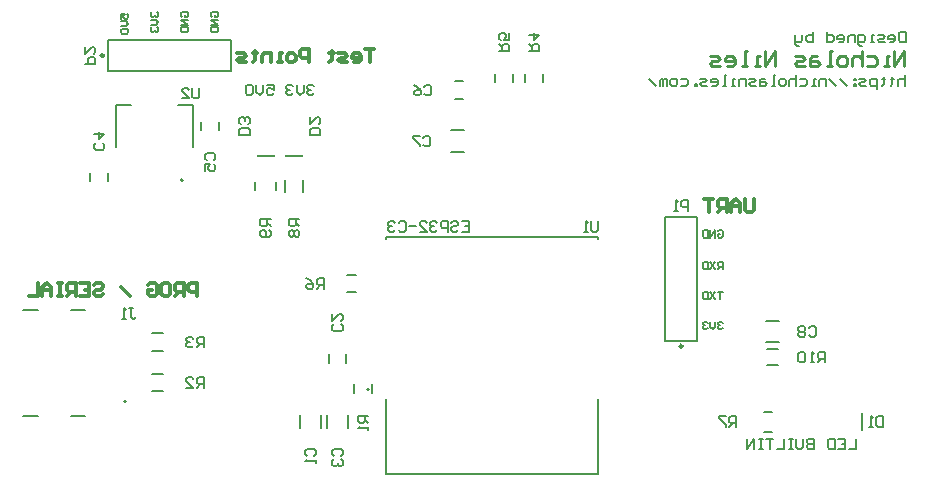
<source format=gbo>
G04*
G04 #@! TF.GenerationSoftware,Altium Limited,Altium Designer,25.6.2 (33)*
G04*
G04 Layer_Color=32896*
%FSLAX25Y25*%
%MOIN*%
G70*
G04*
G04 #@! TF.SameCoordinates,A6983FEA-D560-4925-98B3-38CB5C928B3C*
G04*
G04*
G04 #@! TF.FilePolarity,Positive*
G04*
G01*
G75*
%ADD10C,0.01000*%
%ADD11C,0.00984*%
%ADD12C,0.00787*%
%ADD14C,0.00800*%
%ADD15C,0.01200*%
%ADD71C,0.00500*%
%ADD72R,0.05906X0.00787*%
%ADD73R,0.00787X0.05906*%
D10*
X414490Y293500D02*
Y298498D01*
X411157Y293500D01*
Y298498D01*
X409491Y293500D02*
X407825D01*
X408658D01*
Y296832D01*
X409491D01*
X401994D02*
X404493D01*
X405326Y295999D01*
Y294333D01*
X404493Y293500D01*
X401994D01*
X400327Y298498D02*
Y293500D01*
Y295999D01*
X399494Y296832D01*
X397828D01*
X396995Y295999D01*
Y293500D01*
X394496D02*
X392830D01*
X391997Y294333D01*
Y295999D01*
X392830Y296832D01*
X394496D01*
X395329Y295999D01*
Y294333D01*
X394496Y293500D01*
X390331D02*
X388665D01*
X389498D01*
Y298498D01*
X390331D01*
X385332Y296832D02*
X383666D01*
X382833Y295999D01*
Y293500D01*
X385332D01*
X386165Y294333D01*
X385332Y295166D01*
X382833D01*
X381167Y293500D02*
X378668D01*
X377835Y294333D01*
X378668Y295166D01*
X380334D01*
X381167Y295999D01*
X380334Y296832D01*
X377835D01*
X371170Y293500D02*
Y298498D01*
X367838Y293500D01*
Y298498D01*
X366172Y293500D02*
X364506D01*
X365339D01*
Y296832D01*
X366172D01*
X362006Y293500D02*
X360340D01*
X361173D01*
Y298498D01*
X362006D01*
X355342Y293500D02*
X357008D01*
X357841Y294333D01*
Y295999D01*
X357008Y296832D01*
X355342D01*
X354509Y295999D01*
Y295166D01*
X357841D01*
X352843Y293500D02*
X350344D01*
X349511Y294333D01*
X350344Y295166D01*
X352010D01*
X352843Y295999D01*
X352010Y296832D01*
X349511D01*
D11*
X147630Y297000D02*
G03*
X147630Y297000I-492J0D01*
G01*
X340492Y200138D02*
G03*
X340492Y200138I-492J0D01*
G01*
D12*
X236055Y185583D02*
G03*
X236055Y185583I-394J0D01*
G01*
X173949Y255390D02*
G03*
X173949Y255390I-394J0D01*
G01*
X155016Y181713D02*
G03*
X155016Y181713I-394J0D01*
G01*
X213854Y251532D02*
Y255469D01*
X208146Y251532D02*
Y255469D01*
X204847Y252028D02*
Y254784D01*
X198153Y252028D02*
Y254784D01*
X228740Y218047D02*
X231496D01*
X228740Y223953D02*
X231496D01*
X212957Y172835D02*
Y177165D01*
X220043Y172835D02*
Y177165D01*
X221957Y172736D02*
Y177264D01*
X229043Y172736D02*
Y177264D01*
X231047Y184622D02*
Y187378D01*
X236953Y184622D02*
Y187378D01*
X222547Y194622D02*
Y197378D01*
X228453Y194622D02*
Y197378D01*
X185953Y272122D02*
Y274878D01*
X180047Y272122D02*
Y274878D01*
X148953Y255122D02*
Y257878D01*
X143047Y255122D02*
Y257878D01*
X163531Y185146D02*
X167469D01*
X163531Y190854D02*
X167469D01*
X163531Y204354D02*
X167469D01*
X163531Y198646D02*
X167469D01*
X288047Y288122D02*
Y290878D01*
X293953Y288122D02*
Y290878D01*
X278047Y288122D02*
Y290878D01*
X283953Y288122D02*
Y290878D01*
X264622Y282547D02*
X267378D01*
X264622Y288453D02*
X267378D01*
X263335Y264957D02*
X267665D01*
X263335Y272043D02*
X267665D01*
X368531Y193842D02*
X372468D01*
X368531Y199158D02*
X372468D01*
X368335Y208543D02*
X372665D01*
X368335Y201457D02*
X372665D01*
X367622Y178347D02*
X370378D01*
X367622Y171653D02*
X370378D01*
X136512Y212106D02*
X141433D01*
X136512Y176909D02*
X141433D01*
X120764Y212106D02*
X125803D01*
X120764Y176909D02*
X125803D01*
X190091Y291705D02*
Y302295D01*
X148909Y291705D02*
X190091D01*
X148909D02*
Y302295D01*
X190091D01*
X334705Y201909D02*
Y243091D01*
Y201909D02*
X345295D01*
Y243091D01*
X334705D02*
X345295D01*
D14*
X414570Y290465D02*
Y286966D01*
Y288716D01*
X413986Y289299D01*
X412820D01*
X412237Y288716D01*
Y286966D01*
X410488Y289882D02*
Y289299D01*
X411071D01*
X409904D01*
X410488D01*
Y287549D01*
X409904Y286966D01*
X407572Y289882D02*
Y289299D01*
X408155D01*
X406989D01*
X407572D01*
Y287549D01*
X406989Y286966D01*
X405239Y285800D02*
Y289299D01*
X403490D01*
X402907Y288716D01*
Y287549D01*
X403490Y286966D01*
X405239D01*
X401740D02*
X399991D01*
X399408Y287549D01*
X399991Y288133D01*
X401157D01*
X401740Y288716D01*
X401157Y289299D01*
X399408D01*
X398241D02*
X397658D01*
Y288716D01*
X398241D01*
Y289299D01*
Y287549D02*
X397658D01*
Y286966D01*
X398241D01*
Y287549D01*
X395326Y286966D02*
X392993Y289299D01*
X391827Y286966D02*
X389494Y289299D01*
X388328Y286966D02*
Y289299D01*
X386579D01*
X385996Y288716D01*
Y286966D01*
X384829D02*
X383663D01*
X384246D01*
Y289299D01*
X384829D01*
X379581D02*
X381330D01*
X381913Y288716D01*
Y287549D01*
X381330Y286966D01*
X379581D01*
X378415Y290465D02*
Y286966D01*
Y288716D01*
X377831Y289299D01*
X376665D01*
X376082Y288716D01*
Y286966D01*
X374333D02*
X373166D01*
X372583Y287549D01*
Y288716D01*
X373166Y289299D01*
X374333D01*
X374916Y288716D01*
Y287549D01*
X374333Y286966D01*
X371417D02*
X370251D01*
X370834D01*
Y290465D01*
X371417D01*
X367918Y289299D02*
X366752D01*
X366169Y288716D01*
Y286966D01*
X367918D01*
X368501Y287549D01*
X367918Y288133D01*
X366169D01*
X365002Y286966D02*
X363253D01*
X362670Y287549D01*
X363253Y288133D01*
X364419D01*
X365002Y288716D01*
X364419Y289299D01*
X362670D01*
X361503Y286966D02*
Y289299D01*
X359754D01*
X359171Y288716D01*
Y286966D01*
X358004D02*
X356838D01*
X357421D01*
Y289299D01*
X358004D01*
X355089Y286966D02*
X353923D01*
X354506D01*
Y290465D01*
X355089D01*
X350424Y286966D02*
X351590D01*
X352173Y287549D01*
Y288716D01*
X351590Y289299D01*
X350424D01*
X349840Y288716D01*
Y288133D01*
X352173D01*
X348674Y286966D02*
X346925D01*
X346342Y287549D01*
X346925Y288133D01*
X348091D01*
X348674Y288716D01*
X348091Y289299D01*
X346342D01*
X345175Y286966D02*
Y287549D01*
X344592D01*
Y286966D01*
X345175D01*
X339927Y289299D02*
X341676D01*
X342260Y288716D01*
Y287549D01*
X341676Y286966D01*
X339927D01*
X338178D02*
X337011D01*
X336428Y287549D01*
Y288716D01*
X337011Y289299D01*
X338178D01*
X338761Y288716D01*
Y287549D01*
X338178Y286966D01*
X335262D02*
Y289299D01*
X334679D01*
X334096Y288716D01*
Y286966D01*
Y288716D01*
X333512Y289299D01*
X332929Y288716D01*
Y286966D01*
X331763D02*
X329430Y289299D01*
X266867Y241799D02*
X269200D01*
Y238300D01*
X266867D01*
X269200Y240049D02*
X268034D01*
X263369Y241216D02*
X263952Y241799D01*
X265118D01*
X265701Y241216D01*
Y240633D01*
X265118Y240049D01*
X263952D01*
X263369Y239466D01*
Y238883D01*
X263952Y238300D01*
X265118D01*
X265701Y238883D01*
X262202Y238300D02*
Y241799D01*
X260453D01*
X259870Y241216D01*
Y240049D01*
X260453Y239466D01*
X262202D01*
X258703Y241216D02*
X258120Y241799D01*
X256954D01*
X256371Y241216D01*
Y240633D01*
X256954Y240049D01*
X257537D01*
X256954D01*
X256371Y239466D01*
Y238883D01*
X256954Y238300D01*
X258120D01*
X258703Y238883D01*
X252872Y238300D02*
X255205D01*
X252872Y240633D01*
Y241216D01*
X253455Y241799D01*
X254621D01*
X255205Y241216D01*
X251706Y240049D02*
X249373D01*
X245874Y241216D02*
X246457Y241799D01*
X247624D01*
X248207Y241216D01*
Y238883D01*
X247624Y238300D01*
X246457D01*
X245874Y238883D01*
X244708Y241216D02*
X244125Y241799D01*
X242958D01*
X242375Y241216D01*
Y240633D01*
X242958Y240049D01*
X243542D01*
X242958D01*
X242375Y239466D01*
Y238883D01*
X242958Y238300D01*
X244125D01*
X244708Y238883D01*
X398200Y169299D02*
Y165800D01*
X395867D01*
X392369Y169299D02*
X394701D01*
Y165800D01*
X392369D01*
X394701Y167549D02*
X393535D01*
X391202Y169299D02*
Y165800D01*
X389453D01*
X388870Y166383D01*
Y168716D01*
X389453Y169299D01*
X391202D01*
X384205D02*
Y165800D01*
X382455D01*
X381872Y166383D01*
Y166966D01*
X382455Y167549D01*
X384205D01*
X382455D01*
X381872Y168133D01*
Y168716D01*
X382455Y169299D01*
X384205D01*
X380706D02*
Y166383D01*
X380122Y165800D01*
X378956D01*
X378373Y166383D01*
Y169299D01*
X377207D02*
X376041D01*
X376624D01*
Y165800D01*
X377207D01*
X376041D01*
X374291Y169299D02*
Y165800D01*
X371958D01*
X370792Y169299D02*
X368460D01*
X369626D01*
Y165800D01*
X367293Y169299D02*
X366127D01*
X366710D01*
Y165800D01*
X367293D01*
X366127D01*
X364378D02*
Y169299D01*
X362045Y165800D01*
Y169299D01*
X353832Y225800D02*
Y228299D01*
X352583D01*
X352166Y227883D01*
Y227050D01*
X352583Y226633D01*
X353832D01*
X352999D02*
X352166Y225800D01*
X351333Y228299D02*
X349667Y225800D01*
Y228299D02*
X351333Y225800D01*
X348834Y228299D02*
Y225800D01*
X347584D01*
X347168Y226217D01*
Y227883D01*
X347584Y228299D01*
X348834D01*
X353832Y218299D02*
X352166D01*
X352999D01*
Y215800D01*
X351333Y218299D02*
X349667Y215800D01*
Y218299D02*
X351333Y215800D01*
X348834Y218299D02*
Y215800D01*
X347584D01*
X347168Y216216D01*
Y217883D01*
X347584Y218299D01*
X348834D01*
X352166Y238383D02*
X352583Y238799D01*
X353416D01*
X353832Y238383D01*
Y236717D01*
X353416Y236300D01*
X352583D01*
X352166Y236717D01*
Y237550D01*
X352999D01*
X351333Y236300D02*
Y238799D01*
X349667Y236300D01*
Y238799D01*
X348834D02*
Y236300D01*
X347584D01*
X347168Y236717D01*
Y238383D01*
X347584Y238799D01*
X348834D01*
X353832Y207883D02*
X353416Y208299D01*
X352583D01*
X352166Y207883D01*
Y207466D01*
X352583Y207050D01*
X352999D01*
X352583D01*
X352166Y206633D01*
Y206217D01*
X352583Y205800D01*
X353416D01*
X353832Y206217D01*
X351333Y208299D02*
Y206633D01*
X350500Y205800D01*
X349667Y206633D01*
Y208299D01*
X348834Y207883D02*
X348417Y208299D01*
X347584D01*
X347168Y207883D01*
Y207466D01*
X347584Y207050D01*
X348001D01*
X347584D01*
X347168Y206633D01*
Y206217D01*
X347584Y205800D01*
X348417D01*
X348834Y206217D01*
X217700Y286716D02*
X217117Y287299D01*
X215951D01*
X215367Y286716D01*
Y286133D01*
X215951Y285549D01*
X216534D01*
X215951D01*
X215367Y284966D01*
Y284383D01*
X215951Y283800D01*
X217117D01*
X217700Y284383D01*
X214201Y287299D02*
Y284966D01*
X213035Y283800D01*
X211869Y284966D01*
Y287299D01*
X210702Y286716D02*
X210119Y287299D01*
X208953D01*
X208370Y286716D01*
Y286133D01*
X208953Y285549D01*
X209536D01*
X208953D01*
X208370Y284966D01*
Y284383D01*
X208953Y283800D01*
X210119D01*
X210702Y284383D01*
X201867Y287299D02*
X204200D01*
Y285549D01*
X203034Y286133D01*
X202451D01*
X201867Y285549D01*
Y284383D01*
X202451Y283800D01*
X203617D01*
X204200Y284383D01*
X200701Y287299D02*
Y284966D01*
X199535Y283800D01*
X198369Y284966D01*
Y287299D01*
X197202Y286716D02*
X196619Y287299D01*
X195453D01*
X194870Y286716D01*
Y284383D01*
X195453Y283800D01*
X196619D01*
X197202Y284383D01*
Y286716D01*
X153250Y309298D02*
Y310964D01*
X154500D01*
X154084Y310131D01*
Y309715D01*
X154500Y309298D01*
X155333D01*
X155750Y309715D01*
Y310548D01*
X155333Y310964D01*
X153250Y308465D02*
X154917D01*
X155750Y307632D01*
X154917Y306799D01*
X153250D01*
X153667Y305966D02*
X153250Y305550D01*
Y304716D01*
X153667Y304300D01*
X155333D01*
X155750Y304716D01*
Y305550D01*
X155333Y305966D01*
X153667D01*
X163667Y311465D02*
X163250Y311048D01*
Y310215D01*
X163667Y309798D01*
X164084D01*
X164500Y310215D01*
Y310631D01*
Y310215D01*
X164917Y309798D01*
X165333D01*
X165750Y310215D01*
Y311048D01*
X165333Y311465D01*
X163250Y308965D02*
X164917D01*
X165750Y308132D01*
X164917Y307299D01*
X163250D01*
X163667Y306466D02*
X163250Y306050D01*
Y305217D01*
X163667Y304800D01*
X164084D01*
X164500Y305217D01*
Y305633D01*
Y305217D01*
X164917Y304800D01*
X165333D01*
X165750Y305217D01*
Y306050D01*
X165333Y306466D01*
X173667Y309798D02*
X173250Y310215D01*
Y311048D01*
X173667Y311465D01*
X175333D01*
X175750Y311048D01*
Y310215D01*
X175333Y309798D01*
X174500D01*
Y310631D01*
X175750Y308965D02*
X173250D01*
X175750Y307299D01*
X173250D01*
Y306466D02*
X175750D01*
Y305217D01*
X175333Y304800D01*
X173667D01*
X173250Y305217D01*
Y306466D01*
X183667Y309798D02*
X183250Y310215D01*
Y311048D01*
X183667Y311465D01*
X185333D01*
X185750Y311048D01*
Y310215D01*
X185333Y309798D01*
X184500D01*
Y310631D01*
X185750Y308965D02*
X183250D01*
X185750Y307299D01*
X183250D01*
Y306466D02*
X185750D01*
Y305217D01*
X185333Y304800D01*
X183667D01*
X183250Y305217D01*
Y306466D01*
X414869Y304965D02*
Y301466D01*
X413120D01*
X412536Y302049D01*
Y304382D01*
X413120Y304965D01*
X414869D01*
X409621Y301466D02*
X410787D01*
X411370Y302049D01*
Y303216D01*
X410787Y303799D01*
X409621D01*
X409038Y303216D01*
Y302633D01*
X411370D01*
X407871Y301466D02*
X406122D01*
X405539Y302049D01*
X406122Y302633D01*
X407288D01*
X407871Y303216D01*
X407288Y303799D01*
X405539D01*
X404372Y301466D02*
X403206D01*
X403789D01*
Y303799D01*
X404372D01*
X400290Y300300D02*
X399707D01*
X399124Y300883D01*
Y303799D01*
X400874D01*
X401457Y303216D01*
Y302049D01*
X400874Y301466D01*
X399124D01*
X397958D02*
Y303799D01*
X396208D01*
X395625Y303216D01*
Y301466D01*
X392710D02*
X393876D01*
X394459Y302049D01*
Y303216D01*
X393876Y303799D01*
X392710D01*
X392126Y303216D01*
Y302633D01*
X394459D01*
X388628Y304965D02*
Y301466D01*
X390377D01*
X390960Y302049D01*
Y303216D01*
X390377Y303799D01*
X388628D01*
X383962Y304965D02*
Y301466D01*
X382213D01*
X381630Y302049D01*
Y302633D01*
Y303216D01*
X382213Y303799D01*
X383962D01*
X380464D02*
Y302049D01*
X379880Y301466D01*
X378131D01*
Y300883D01*
X378714Y300300D01*
X379297D01*
X378131Y301466D02*
Y303799D01*
X179416Y286249D02*
Y283334D01*
X178833Y282751D01*
X177666D01*
X177083Y283334D01*
Y286249D01*
X173584Y282751D02*
X175917D01*
X173584Y285083D01*
Y285666D01*
X174167Y286249D01*
X175334D01*
X175917Y285666D01*
X141251Y294084D02*
X144749D01*
Y295834D01*
X144166Y296417D01*
X143000D01*
X142417Y295834D01*
Y294084D01*
X141251Y299916D02*
Y297583D01*
X143583Y299916D01*
X144166D01*
X144749Y299333D01*
Y298166D01*
X144166Y297583D01*
X203249Y242416D02*
X199751D01*
Y240666D01*
X200334Y240083D01*
X201500D01*
X202083Y240666D01*
Y242416D01*
Y241249D02*
X203249Y240083D01*
X202666Y238917D02*
X203249Y238334D01*
Y237167D01*
X202666Y236584D01*
X200334D01*
X199751Y237167D01*
Y238334D01*
X200334Y238917D01*
X200917D01*
X201500Y238334D01*
Y236584D01*
X212749Y242416D02*
X209251D01*
Y240666D01*
X209834Y240083D01*
X211000D01*
X211583Y240666D01*
Y242416D01*
Y241249D02*
X212749Y240083D01*
X209834Y238917D02*
X209251Y238334D01*
Y237167D01*
X209834Y236584D01*
X210417D01*
X211000Y237167D01*
X211583Y236584D01*
X212166D01*
X212749Y237167D01*
Y238334D01*
X212166Y238917D01*
X211583D01*
X211000Y238334D01*
X210417Y238917D01*
X209834D01*
X211000Y238334D02*
Y237167D01*
X358416Y173251D02*
Y176749D01*
X356666D01*
X356083Y176166D01*
Y175000D01*
X356666Y174417D01*
X358416D01*
X357249D02*
X356083Y173251D01*
X354917Y176749D02*
X352584D01*
Y176166D01*
X354917Y173834D01*
Y173251D01*
X220916Y219251D02*
Y222749D01*
X219166D01*
X218583Y222166D01*
Y221000D01*
X219166Y220417D01*
X220916D01*
X219749D02*
X218583Y219251D01*
X215084Y222749D02*
X216251Y222166D01*
X217417Y221000D01*
Y219834D01*
X216834Y219251D01*
X215667D01*
X215084Y219834D01*
Y220417D01*
X215667Y221000D01*
X217417D01*
X180916Y199751D02*
Y203249D01*
X179166D01*
X178583Y202666D01*
Y201500D01*
X179166Y200917D01*
X180916D01*
X179749D02*
X178583Y199751D01*
X177417Y202666D02*
X176834Y203249D01*
X175667D01*
X175084Y202666D01*
Y202083D01*
X175667Y201500D01*
X176251D01*
X175667D01*
X175084Y200917D01*
Y200334D01*
X175667Y199751D01*
X176834D01*
X177417Y200334D01*
X180916Y186251D02*
Y189749D01*
X179166D01*
X178583Y189166D01*
Y188000D01*
X179166Y187417D01*
X180916D01*
X179749D02*
X178583Y186251D01*
X175084D02*
X177417D01*
X175084Y188583D01*
Y189166D01*
X175667Y189749D01*
X176834D01*
X177417Y189166D01*
X235749Y176833D02*
X232251D01*
Y175083D01*
X232834Y174500D01*
X234000D01*
X234583Y175083D01*
Y176833D01*
Y175666D02*
X235749Y174500D01*
Y173334D02*
Y172167D01*
Y172751D01*
X232251D01*
X232834Y173334D01*
X196249Y270584D02*
X192751D01*
Y272334D01*
X193334Y272917D01*
X195666D01*
X196249Y272334D01*
Y270584D01*
X195666Y274083D02*
X196249Y274666D01*
Y275833D01*
X195666Y276416D01*
X195083D01*
X194500Y275833D01*
Y275249D01*
Y275833D01*
X193917Y276416D01*
X193334D01*
X192751Y275833D01*
Y274666D01*
X193334Y274083D01*
X219749Y270584D02*
X216251D01*
Y272334D01*
X216834Y272917D01*
X219166D01*
X219749Y272334D01*
Y270584D01*
X216251Y276416D02*
Y274083D01*
X218583Y276416D01*
X219166D01*
X219749Y275833D01*
Y274666D01*
X219166Y274083D01*
X407333Y176749D02*
Y173251D01*
X405583D01*
X405000Y173834D01*
Y176166D01*
X405583Y176749D01*
X407333D01*
X403834Y173251D02*
X402667D01*
X403251D01*
Y176749D01*
X403834Y176166D01*
X181834Y262083D02*
X181251Y262666D01*
Y263833D01*
X181834Y264416D01*
X184166D01*
X184749Y263833D01*
Y262666D01*
X184166Y262083D01*
X181251Y258584D02*
Y260917D01*
X183000D01*
X182417Y259751D01*
Y259167D01*
X183000Y258584D01*
X184166D01*
X184749Y259167D01*
Y260334D01*
X184166Y260917D01*
X147166Y267917D02*
X147749Y267334D01*
Y266167D01*
X147166Y265584D01*
X144834D01*
X144251Y266167D01*
Y267334D01*
X144834Y267917D01*
X144251Y270833D02*
X147749D01*
X146000Y269083D01*
Y271416D01*
X224334Y163583D02*
X223751Y164166D01*
Y165333D01*
X224334Y165916D01*
X226666D01*
X227249Y165333D01*
Y164166D01*
X226666Y163583D01*
X224334Y162417D02*
X223751Y161834D01*
Y160667D01*
X224334Y160084D01*
X224917D01*
X225500Y160667D01*
Y161251D01*
Y160667D01*
X226083Y160084D01*
X226666D01*
X227249Y160667D01*
Y161834D01*
X226666Y162417D01*
Y207417D02*
X227249Y206834D01*
Y205667D01*
X226666Y205084D01*
X224334D01*
X223751Y205667D01*
Y206834D01*
X224334Y207417D01*
X223751Y210916D02*
Y208583D01*
X226083Y210916D01*
X226666D01*
X227249Y210333D01*
Y209166D01*
X226666Y208583D01*
X215334Y163500D02*
X214751Y164083D01*
Y165250D01*
X215334Y165833D01*
X217666D01*
X218249Y165250D01*
Y164083D01*
X217666Y163500D01*
X218249Y162334D02*
Y161167D01*
Y161751D01*
X214751D01*
X215334Y162334D01*
X387874Y194751D02*
Y198249D01*
X386124D01*
X385541Y197666D01*
Y196500D01*
X386124Y195917D01*
X387874D01*
X386707D02*
X385541Y194751D01*
X384375D02*
X383208D01*
X383792D01*
Y198249D01*
X384375Y197666D01*
X381459D02*
X380876Y198249D01*
X379710D01*
X379126Y197666D01*
Y195334D01*
X379710Y194751D01*
X380876D01*
X381459Y195334D01*
Y197666D01*
X279251Y298584D02*
X282749D01*
Y300334D01*
X282166Y300917D01*
X281000D01*
X280417Y300334D01*
Y298584D01*
Y299751D02*
X279251Y300917D01*
X282749Y304416D02*
Y302083D01*
X281000D01*
X281583Y303249D01*
Y303833D01*
X281000Y304416D01*
X279834D01*
X279251Y303833D01*
Y302666D01*
X279834Y302083D01*
X289251Y298584D02*
X292749D01*
Y300334D01*
X292166Y300917D01*
X291000D01*
X290417Y300334D01*
Y298584D01*
Y299751D02*
X289251Y300917D01*
Y303833D02*
X292749D01*
X291000Y302083D01*
Y304416D01*
X382583Y206166D02*
X383166Y206749D01*
X384333D01*
X384916Y206166D01*
Y203834D01*
X384333Y203251D01*
X383166D01*
X382583Y203834D01*
X381417Y206166D02*
X380834Y206749D01*
X379667D01*
X379084Y206166D01*
Y205583D01*
X379667Y205000D01*
X379084Y204417D01*
Y203834D01*
X379667Y203251D01*
X380834D01*
X381417Y203834D01*
Y204417D01*
X380834Y205000D01*
X381417Y205583D01*
Y206166D01*
X380834Y205000D02*
X379667D01*
X254083Y269666D02*
X254666Y270249D01*
X255833D01*
X256416Y269666D01*
Y267334D01*
X255833Y266751D01*
X254666D01*
X254083Y267334D01*
X252917Y270249D02*
X250584D01*
Y269666D01*
X252917Y267334D01*
Y266751D01*
X254465Y286666D02*
X255048Y287249D01*
X256214D01*
X256798Y286666D01*
Y284334D01*
X256214Y283751D01*
X255048D01*
X254465Y284334D01*
X250966Y287249D02*
X252133Y286666D01*
X253299Y285500D01*
Y284334D01*
X252716Y283751D01*
X251549D01*
X250966Y284334D01*
Y284917D01*
X251549Y285500D01*
X253299D01*
X312333Y241749D02*
Y238834D01*
X311749Y238251D01*
X310583D01*
X310000Y238834D01*
Y241749D01*
X308834Y238251D02*
X307667D01*
X308251D01*
Y241749D01*
X308834Y241166D01*
X342333Y245251D02*
Y248749D01*
X340583D01*
X340000Y248166D01*
Y247000D01*
X340583Y246417D01*
X342333D01*
X338834Y245251D02*
X337667D01*
X338251D01*
Y248749D01*
X338834Y248166D01*
X156000Y212757D02*
X157166D01*
X156583D01*
Y209842D01*
X157166Y209258D01*
X157749D01*
X158333Y209842D01*
X154834Y209258D02*
X153667D01*
X154251D01*
Y212757D01*
X154834Y212174D01*
D15*
X178800Y216700D02*
Y221199D01*
X176551D01*
X175801Y220449D01*
Y218949D01*
X176551Y218199D01*
X178800D01*
X174301Y216700D02*
Y221199D01*
X172052D01*
X171302Y220449D01*
Y218949D01*
X172052Y218199D01*
X174301D01*
X172802D02*
X171302Y216700D01*
X167554Y221199D02*
X169053D01*
X169803Y220449D01*
Y217450D01*
X169053Y216700D01*
X167554D01*
X166804Y217450D01*
Y220449D01*
X167554Y221199D01*
X162305Y220449D02*
X163055Y221199D01*
X164555D01*
X165304Y220449D01*
Y217450D01*
X164555Y216700D01*
X163055D01*
X162305Y217450D01*
Y218949D01*
X163805D01*
X156307Y216700D02*
X153308Y219699D01*
X144311Y220449D02*
X145061Y221199D01*
X146560D01*
X147310Y220449D01*
Y219699D01*
X146560Y218949D01*
X145061D01*
X144311Y218199D01*
Y217450D01*
X145061Y216700D01*
X146560D01*
X147310Y217450D01*
X139813Y221199D02*
X142812D01*
Y216700D01*
X139813D01*
X142812Y218949D02*
X141312D01*
X138313Y216700D02*
Y221199D01*
X136064D01*
X135314Y220449D01*
Y218949D01*
X136064Y218199D01*
X138313D01*
X136813D02*
X135314Y216700D01*
X133815Y221199D02*
X132315D01*
X133065D01*
Y216700D01*
X133815D01*
X132315D01*
X130066D02*
Y219699D01*
X128566Y221199D01*
X127067Y219699D01*
Y216700D01*
Y218949D01*
X130066D01*
X125567Y221199D02*
Y216700D01*
X122568D01*
X237800Y299199D02*
X234801D01*
X236300D01*
Y294700D01*
X231052D02*
X232552D01*
X233301Y295450D01*
Y296949D01*
X232552Y297699D01*
X231052D01*
X230302Y296949D01*
Y296199D01*
X233301D01*
X228803Y294700D02*
X226554D01*
X225804Y295450D01*
X226554Y296199D01*
X228053D01*
X228803Y296949D01*
X228053Y297699D01*
X225804D01*
X223555Y298449D02*
Y297699D01*
X224304D01*
X222805D01*
X223555D01*
Y295450D01*
X222805Y294700D01*
X216057D02*
Y299199D01*
X213808D01*
X213058Y298449D01*
Y296949D01*
X213808Y296199D01*
X216057D01*
X210809Y294700D02*
X209309D01*
X208559Y295450D01*
Y296949D01*
X209309Y297699D01*
X210809D01*
X211559Y296949D01*
Y295450D01*
X210809Y294700D01*
X207060D02*
X205560D01*
X206310D01*
Y297699D01*
X207060D01*
X203311Y294700D02*
Y297699D01*
X201062D01*
X200312Y296949D01*
Y294700D01*
X198063Y298449D02*
Y297699D01*
X198813D01*
X197313D01*
X198063D01*
Y295450D01*
X197313Y294700D01*
X195064D02*
X192815D01*
X192065Y295450D01*
X192815Y296199D01*
X194314D01*
X195064Y296949D01*
X194314Y297699D01*
X192065D01*
X364300Y249199D02*
Y245450D01*
X363550Y244700D01*
X362051D01*
X361301Y245450D01*
Y249199D01*
X359802Y244700D02*
Y247699D01*
X358302Y249199D01*
X356802Y247699D01*
Y244700D01*
Y246949D01*
X359802D01*
X355303Y244700D02*
Y249199D01*
X353054D01*
X352304Y248449D01*
Y246949D01*
X353054Y246199D01*
X355303D01*
X353803D02*
X352304Y244700D01*
X350804Y249199D02*
X347805D01*
X349305D01*
Y244700D01*
D71*
X241567Y157630D02*
X312433D01*
Y182551D01*
X241567Y236370D02*
X312433D01*
X241567Y157630D02*
Y182551D01*
X312433Y235858D02*
Y236370D01*
X241567Y235858D02*
Y236370D01*
X172413Y280390D02*
X177295D01*
Y266610D02*
Y280390D01*
X151705D02*
X156587D01*
X151705Y266610D02*
Y280390D01*
D72*
X201500Y263657D02*
D03*
X211000D02*
D03*
D73*
X400343Y175000D02*
D03*
M02*

</source>
